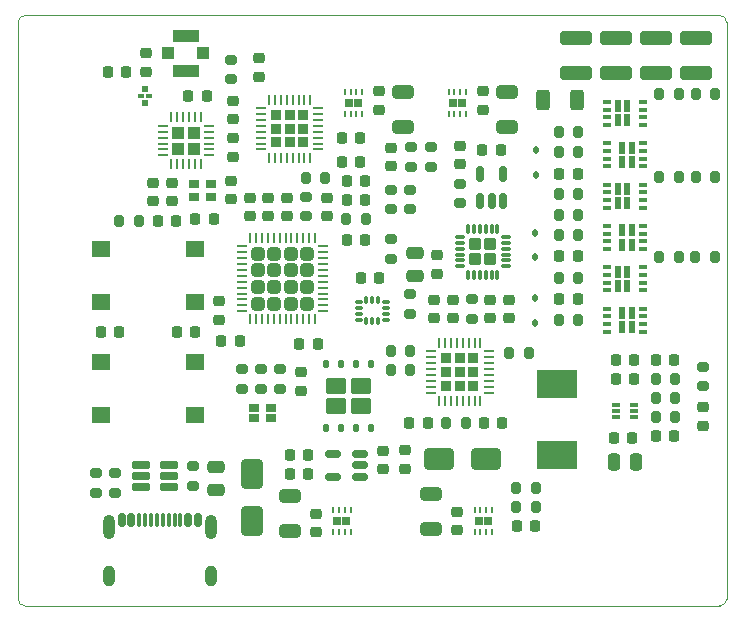
<source format=gbr>
%TF.GenerationSoftware,KiCad,Pcbnew,8.0.3*%
%TF.CreationDate,2024-11-14T20:38:21+13:00*%
%TF.ProjectId,combat-r1,636f6d62-6174-42d7-9231-2e6b69636164,rev?*%
%TF.SameCoordinates,Original*%
%TF.FileFunction,Paste,Top*%
%TF.FilePolarity,Positive*%
%FSLAX46Y46*%
G04 Gerber Fmt 4.6, Leading zero omitted, Abs format (unit mm)*
G04 Created by KiCad (PCBNEW 8.0.3) date 2024-11-14 20:38:21*
%MOMM*%
%LPD*%
G01*
G04 APERTURE LIST*
G04 Aperture macros list*
%AMRoundRect*
0 Rectangle with rounded corners*
0 $1 Rounding radius*
0 $2 $3 $4 $5 $6 $7 $8 $9 X,Y pos of 4 corners*
0 Add a 4 corners polygon primitive as box body*
4,1,4,$2,$3,$4,$5,$6,$7,$8,$9,$2,$3,0*
0 Add four circle primitives for the rounded corners*
1,1,$1+$1,$2,$3*
1,1,$1+$1,$4,$5*
1,1,$1+$1,$6,$7*
1,1,$1+$1,$8,$9*
0 Add four rect primitives between the rounded corners*
20,1,$1+$1,$2,$3,$4,$5,0*
20,1,$1+$1,$4,$5,$6,$7,0*
20,1,$1+$1,$6,$7,$8,$9,0*
20,1,$1+$1,$8,$9,$2,$3,0*%
G04 Aperture macros list end*
%ADD10RoundRect,0.225000X-0.225000X-0.250000X0.225000X-0.250000X0.225000X0.250000X-0.225000X0.250000X0*%
%ADD11RoundRect,0.200000X0.275000X-0.200000X0.275000X0.200000X-0.275000X0.200000X-0.275000X-0.200000X0*%
%ADD12RoundRect,0.225000X0.225000X0.250000X-0.225000X0.250000X-0.225000X-0.250000X0.225000X-0.250000X0*%
%ADD13R,1.600000X1.400000*%
%ADD14RoundRect,0.112500X-0.112500X0.187500X-0.112500X-0.187500X0.112500X-0.187500X0.112500X0.187500X0*%
%ADD15RoundRect,0.250000X1.100000X-0.325000X1.100000X0.325000X-1.100000X0.325000X-1.100000X-0.325000X0*%
%ADD16RoundRect,0.225000X0.250000X-0.225000X0.250000X0.225000X-0.250000X0.225000X-0.250000X-0.225000X0*%
%ADD17R,0.600000X1.000000*%
%ADD18R,0.650000X0.350000*%
%ADD19R,0.650000X0.750000*%
%ADD20RoundRect,0.062500X0.062500X-0.187500X0.062500X0.187500X-0.062500X0.187500X-0.062500X-0.187500X0*%
%ADD21RoundRect,0.250000X0.615000X-0.435000X0.615000X0.435000X-0.615000X0.435000X-0.615000X-0.435000X0*%
%ADD22RoundRect,0.125000X0.125000X-0.250000X0.125000X0.250000X-0.125000X0.250000X-0.125000X-0.250000X0*%
%ADD23RoundRect,0.200000X-0.200000X-0.275000X0.200000X-0.275000X0.200000X0.275000X-0.200000X0.275000X0*%
%ADD24RoundRect,0.150000X-0.150000X-0.425000X0.150000X-0.425000X0.150000X0.425000X-0.150000X0.425000X0*%
%ADD25RoundRect,0.075000X-0.075000X-0.500000X0.075000X-0.500000X0.075000X0.500000X-0.075000X0.500000X0*%
%ADD26O,1.000000X2.100000*%
%ADD27O,1.000000X1.800000*%
%ADD28R,1.000000X1.000000*%
%ADD29R,2.200000X1.050000*%
%ADD30RoundRect,0.218750X-0.218750X-0.256250X0.218750X-0.256250X0.218750X0.256250X-0.218750X0.256250X0*%
%ADD31RoundRect,0.250000X-0.250000X-0.475000X0.250000X-0.475000X0.250000X0.475000X-0.250000X0.475000X0*%
%ADD32RoundRect,0.250000X0.650000X-0.325000X0.650000X0.325000X-0.650000X0.325000X-0.650000X-0.325000X0*%
%ADD33RoundRect,0.250000X-0.285000X-0.285000X0.285000X-0.285000X0.285000X0.285000X-0.285000X0.285000X0*%
%ADD34RoundRect,0.075000X-0.350000X-0.075000X0.350000X-0.075000X0.350000X0.075000X-0.350000X0.075000X0*%
%ADD35RoundRect,0.075000X-0.075000X-0.350000X0.075000X-0.350000X0.075000X0.350000X-0.075000X0.350000X0*%
%ADD36RoundRect,0.250000X0.650000X-1.000000X0.650000X1.000000X-0.650000X1.000000X-0.650000X-1.000000X0*%
%ADD37RoundRect,0.250000X-1.000000X-0.650000X1.000000X-0.650000X1.000000X0.650000X-1.000000X0.650000X0*%
%ADD38RoundRect,0.225000X-0.250000X0.225000X-0.250000X-0.225000X0.250000X-0.225000X0.250000X0.225000X0*%
%ADD39R,0.550000X0.550000*%
%ADD40R,0.500000X0.300000*%
%ADD41RoundRect,0.200000X-0.275000X0.200000X-0.275000X-0.200000X0.275000X-0.200000X0.275000X0.200000X0*%
%ADD42RoundRect,0.062500X-0.062500X0.187500X-0.062500X-0.187500X0.062500X-0.187500X0.062500X0.187500X0*%
%ADD43RoundRect,0.250000X-0.315000X0.315000X-0.315000X-0.315000X0.315000X-0.315000X0.315000X0.315000X0*%
%ADD44RoundRect,0.062500X-0.062500X0.375000X-0.062500X-0.375000X0.062500X-0.375000X0.062500X0.375000X0*%
%ADD45RoundRect,0.062500X-0.375000X0.062500X-0.375000X-0.062500X0.375000X-0.062500X0.375000X0.062500X0*%
%ADD46RoundRect,0.250000X-0.650000X0.325000X-0.650000X-0.325000X0.650000X-0.325000X0.650000X0.325000X0*%
%ADD47RoundRect,0.200000X0.200000X0.275000X-0.200000X0.275000X-0.200000X-0.275000X0.200000X-0.275000X0*%
%ADD48RoundRect,0.232500X-0.232500X0.232500X-0.232500X-0.232500X0.232500X-0.232500X0.232500X0.232500X0*%
%ADD49RoundRect,0.250000X-0.475000X0.250000X-0.475000X-0.250000X0.475000X-0.250000X0.475000X0.250000X0*%
%ADD50RoundRect,0.150000X0.512500X0.150000X-0.512500X0.150000X-0.512500X-0.150000X0.512500X-0.150000X0*%
%ADD51RoundRect,0.085000X-0.265000X-0.085000X0.265000X-0.085000X0.265000X0.085000X-0.265000X0.085000X0*%
%ADD52RoundRect,0.150000X0.150000X-0.512500X0.150000X0.512500X-0.150000X0.512500X-0.150000X-0.512500X0*%
%ADD53R,0.900000X0.800000*%
%ADD54R,0.850000X0.650000*%
%ADD55RoundRect,0.250000X0.295000X-0.295000X0.295000X0.295000X-0.295000X0.295000X-0.295000X-0.295000X0*%
%ADD56RoundRect,0.062500X0.062500X-0.350000X0.062500X0.350000X-0.062500X0.350000X-0.062500X-0.350000X0*%
%ADD57RoundRect,0.062500X0.350000X-0.062500X0.350000X0.062500X-0.350000X0.062500X-0.350000X-0.062500X0*%
%ADD58RoundRect,0.250000X0.312500X0.625000X-0.312500X0.625000X-0.312500X-0.625000X0.312500X-0.625000X0*%
%ADD59RoundRect,0.232500X0.232500X0.232500X-0.232500X0.232500X-0.232500X-0.232500X0.232500X-0.232500X0*%
%ADD60RoundRect,0.062500X0.375000X0.062500X-0.375000X0.062500X-0.375000X-0.062500X0.375000X-0.062500X0*%
%ADD61RoundRect,0.062500X0.062500X0.375000X-0.062500X0.375000X-0.062500X-0.375000X0.062500X-0.375000X0*%
%ADD62RoundRect,0.218750X-0.256250X0.218750X-0.256250X-0.218750X0.256250X-0.218750X0.256250X0.218750X0*%
%ADD63RoundRect,0.150000X-0.650000X-0.150000X0.650000X-0.150000X0.650000X0.150000X-0.650000X0.150000X0*%
%ADD64R,3.500000X2.350000*%
%ADD65RoundRect,0.087500X0.225000X0.087500X-0.225000X0.087500X-0.225000X-0.087500X0.225000X-0.087500X0*%
%ADD66RoundRect,0.087500X0.087500X0.225000X-0.087500X0.225000X-0.087500X-0.225000X0.087500X-0.225000X0*%
%TA.AperFunction,Profile*%
%ADD67C,0.050000*%
%TD*%
G04 APERTURE END LIST*
D10*
%TO.C,C8*%
X147425000Y-85400000D03*
X148975000Y-85400000D03*
%TD*%
D11*
%TO.C,R41*%
X151600000Y-91425000D03*
X151600000Y-89775000D03*
%TD*%
D12*
%TO.C,C26*%
X145375000Y-102800000D03*
X143825000Y-102800000D03*
%TD*%
%TO.C,C18*%
X154675000Y-109500000D03*
X153125000Y-109500000D03*
%TD*%
D13*
%TO.C,SW1*%
X135000000Y-99250000D03*
X127000000Y-99250000D03*
X135000000Y-94750000D03*
X127000000Y-94750000D03*
%TD*%
D14*
%TO.C,D2*%
X163825000Y-86400000D03*
X163825000Y-88500000D03*
%TD*%
D10*
%TO.C,C46*%
X162225000Y-118200000D03*
X163775000Y-118200000D03*
%TD*%
D15*
%TO.C,C36*%
X174000000Y-79875000D03*
X174000000Y-76925000D03*
%TD*%
D10*
%TO.C,C27*%
X149025000Y-97200000D03*
X150575000Y-97200000D03*
%TD*%
D16*
%TO.C,C51*%
X151600000Y-87775000D03*
X151600000Y-86225000D03*
%TD*%
D17*
%TO.C,Q1*%
X171575000Y-83900000D03*
X171575000Y-82700000D03*
X170800000Y-83900000D03*
X170800000Y-82700000D03*
D18*
X172925000Y-84275000D03*
X172925000Y-83625000D03*
X172925000Y-82975000D03*
X172925000Y-82325000D03*
X169825000Y-82325000D03*
X169825000Y-82975000D03*
X169825000Y-83625000D03*
X169825000Y-84275000D03*
%TD*%
D19*
%TO.C,U7*%
X147000000Y-117800000D03*
X147800000Y-117800000D03*
D20*
X146650000Y-118750000D03*
X147150000Y-118750000D03*
X147650000Y-118750000D03*
X148150000Y-118750000D03*
X148150000Y-116850000D03*
X147650000Y-116850000D03*
X147150000Y-116850000D03*
X146650000Y-116850000D03*
%TD*%
D21*
%TO.C,U15*%
X146925000Y-108050000D03*
X149075000Y-108050000D03*
X146925000Y-106350000D03*
X149075000Y-106350000D03*
D22*
X146095000Y-109900000D03*
X147365000Y-109900000D03*
X148635000Y-109900000D03*
X149905000Y-109900000D03*
X149905000Y-104500000D03*
X148635000Y-104500000D03*
X147365000Y-104500000D03*
X146095000Y-104500000D03*
%TD*%
D16*
%TO.C,C20*%
X161600000Y-100625000D03*
X161600000Y-99075000D03*
%TD*%
D11*
%TO.C,R19*%
X144400000Y-92025000D03*
X144400000Y-90375000D03*
%TD*%
%TO.C,R20*%
X151600000Y-95625000D03*
X151600000Y-93975000D03*
%TD*%
%TO.C,R22*%
X126600000Y-115425000D03*
X126600000Y-113775000D03*
%TD*%
D10*
%TO.C,C59*%
X174025000Y-104200000D03*
X175575000Y-104200000D03*
%TD*%
D17*
%TO.C,Q4*%
X171175000Y-93200000D03*
X171175000Y-94400000D03*
X171950000Y-93200000D03*
X171950000Y-94400000D03*
D18*
X169825000Y-92825000D03*
X169825000Y-93475000D03*
X169825000Y-94125000D03*
X169825000Y-94775000D03*
X172925000Y-94775000D03*
X172925000Y-94125000D03*
X172925000Y-93475000D03*
X172925000Y-92825000D03*
%TD*%
D10*
%TO.C,C14*%
X165825000Y-99000000D03*
X167375000Y-99000000D03*
%TD*%
D16*
%TO.C,C17*%
X155200000Y-100625000D03*
X155200000Y-99075000D03*
%TD*%
D23*
%TO.C,R28*%
X151575000Y-103400000D03*
X153225000Y-103400000D03*
%TD*%
D24*
%TO.C,J4*%
X128800000Y-117720000D03*
X129600000Y-117720000D03*
D25*
X130750000Y-117720000D03*
X131750000Y-117720000D03*
X132250000Y-117720000D03*
X133250000Y-117720000D03*
D24*
X134400000Y-117720000D03*
X135200000Y-117720000D03*
X135200000Y-117720000D03*
X134400000Y-117720000D03*
D25*
X133750000Y-117720000D03*
X132750000Y-117720000D03*
X131250000Y-117720000D03*
X130250000Y-117720000D03*
D24*
X129600000Y-117720000D03*
X128800000Y-117720000D03*
D26*
X127680000Y-118295000D03*
D27*
X127680000Y-122475000D03*
D26*
X136320000Y-118295000D03*
D27*
X136320000Y-122475000D03*
%TD*%
D28*
%TO.C,J18*%
X132700000Y-78200000D03*
D29*
X134200000Y-76725000D03*
D28*
X135700000Y-78200000D03*
D29*
X134200000Y-79675000D03*
%TD*%
D30*
%TO.C,D1*%
X131812500Y-92400000D03*
X133387500Y-92400000D03*
%TD*%
D19*
%TO.C,U6*%
X159000000Y-117800000D03*
X159800000Y-117800000D03*
D20*
X158650000Y-118750000D03*
X159150000Y-118750000D03*
X159650000Y-118750000D03*
X160150000Y-118750000D03*
X160150000Y-116850000D03*
X159650000Y-116850000D03*
X159150000Y-116850000D03*
X158650000Y-116850000D03*
%TD*%
D16*
%TO.C,C25*%
X139600000Y-91975000D03*
X139600000Y-90425000D03*
%TD*%
D31*
%TO.C,C43*%
X170450000Y-112800000D03*
X172350000Y-112800000D03*
%TD*%
D32*
%TO.C,C33*%
X155000000Y-118475000D03*
X155000000Y-115525000D03*
%TD*%
D10*
%TO.C,C9*%
X147825000Y-89000000D03*
X149375000Y-89000000D03*
%TD*%
D23*
%TO.C,R24*%
X173975000Y-109000000D03*
X175625000Y-109000000D03*
%TD*%
D11*
%TO.C,R29*%
X153200000Y-100275000D03*
X153200000Y-98625000D03*
%TD*%
D33*
%TO.C,U9*%
X158680000Y-94340000D03*
X158680000Y-95660000D03*
X160000000Y-94340000D03*
X160000000Y-95660000D03*
D34*
X157390000Y-93750000D03*
X157390000Y-94250000D03*
X157390000Y-94750000D03*
X157390000Y-95250000D03*
X157390000Y-95750000D03*
X157390000Y-96250000D03*
D35*
X158090000Y-96950000D03*
X158590000Y-96950000D03*
X159090000Y-96950000D03*
X159590000Y-96950000D03*
X160090000Y-96950000D03*
X160590000Y-96950000D03*
D34*
X161290000Y-96250000D03*
X161290000Y-95750000D03*
X161290000Y-95250000D03*
X161290000Y-94750000D03*
X161290000Y-94250000D03*
X161290000Y-93750000D03*
D35*
X160590000Y-93050000D03*
X160090000Y-93050000D03*
X159590000Y-93050000D03*
X159090000Y-93050000D03*
X158590000Y-93050000D03*
X158090000Y-93050000D03*
%TD*%
D16*
%TO.C,C2*%
X138200000Y-83775000D03*
X138200000Y-82225000D03*
%TD*%
%TO.C,C34*%
X145200000Y-118775000D03*
X145200000Y-117225000D03*
%TD*%
D36*
%TO.C,D5*%
X139800000Y-117800000D03*
X139800000Y-113800000D03*
%TD*%
D17*
%TO.C,Q2*%
X171175000Y-86200000D03*
X171175000Y-87400000D03*
X171950000Y-86200000D03*
X171950000Y-87400000D03*
D18*
X169825000Y-85825000D03*
X169825000Y-86475000D03*
X169825000Y-87125000D03*
X169825000Y-87775000D03*
X172925000Y-87775000D03*
X172925000Y-87125000D03*
X172925000Y-86475000D03*
X172925000Y-85825000D03*
%TD*%
D17*
%TO.C,Q3*%
X171575000Y-90900000D03*
X171575000Y-89700000D03*
X170800000Y-90900000D03*
X170800000Y-89700000D03*
D18*
X172925000Y-91275000D03*
X172925000Y-90625000D03*
X172925000Y-89975000D03*
X172925000Y-89325000D03*
X169825000Y-89325000D03*
X169825000Y-89975000D03*
X169825000Y-90625000D03*
X169825000Y-91275000D03*
%TD*%
D10*
%TO.C,C42*%
X170625000Y-104200000D03*
X172175000Y-104200000D03*
%TD*%
D37*
%TO.C,D6*%
X155600000Y-112600000D03*
X159600000Y-112600000D03*
%TD*%
D38*
%TO.C,C3*%
X131400000Y-89200000D03*
X131400000Y-90750000D03*
%TD*%
D12*
%TO.C,C50*%
X144575000Y-112200000D03*
X143025000Y-112200000D03*
%TD*%
%TO.C,C40*%
X175575000Y-110600000D03*
X174025000Y-110600000D03*
%TD*%
D39*
%TO.C,FL1*%
X130750000Y-82400000D03*
D40*
X131100000Y-81800000D03*
D39*
X130750000Y-81200000D03*
D40*
X130400000Y-81800000D03*
%TD*%
D23*
%TO.C,R7*%
X165775000Y-91900000D03*
X167425000Y-91900000D03*
%TD*%
%TO.C,R10*%
X165775000Y-93600000D03*
X167425000Y-93600000D03*
%TD*%
D10*
%TO.C,C41*%
X170625000Y-105800000D03*
X172175000Y-105800000D03*
%TD*%
D16*
%TO.C,C32*%
X157200000Y-118575000D03*
X157200000Y-117025000D03*
%TD*%
D41*
%TO.C,R34*%
X153300000Y-86175000D03*
X153300000Y-87825000D03*
%TD*%
D11*
%TO.C,R23*%
X128200000Y-115425000D03*
X128200000Y-113775000D03*
%TD*%
D17*
%TO.C,Q6*%
X171175000Y-100200000D03*
X171175000Y-101400000D03*
X171950000Y-100200000D03*
X171950000Y-101400000D03*
D18*
X169825000Y-99825000D03*
X169825000Y-100475000D03*
X169825000Y-101125000D03*
X169825000Y-101775000D03*
X172925000Y-101775000D03*
X172925000Y-101125000D03*
X172925000Y-100475000D03*
X172925000Y-99825000D03*
%TD*%
D38*
%TO.C,C5*%
X138200000Y-85425000D03*
X138200000Y-86975000D03*
%TD*%
D16*
%TO.C,C22*%
X142800000Y-91975000D03*
X142800000Y-90425000D03*
%TD*%
D23*
%TO.C,R16*%
X147775000Y-92200000D03*
X149425000Y-92200000D03*
%TD*%
D15*
%TO.C,C37*%
X170600000Y-79875000D03*
X170600000Y-76925000D03*
%TD*%
D38*
%TO.C,C63*%
X144000000Y-105225000D03*
X144000000Y-106775000D03*
%TD*%
D41*
%TO.C,R1*%
X138000000Y-78775000D03*
X138000000Y-80425000D03*
%TD*%
D23*
%TO.C,R6*%
X174300000Y-81650000D03*
X175950000Y-81650000D03*
%TD*%
D38*
%TO.C,C56*%
X138000000Y-89025000D03*
X138000000Y-90575000D03*
%TD*%
D10*
%TO.C,C62*%
X137225000Y-102600000D03*
X138775000Y-102600000D03*
%TD*%
D19*
%TO.C,U3*%
X148800000Y-82400000D03*
X148000000Y-82400000D03*
D42*
X149150000Y-81450000D03*
X148650000Y-81450000D03*
X148150000Y-81450000D03*
X147650000Y-81450000D03*
X147650000Y-83350000D03*
X148150000Y-83350000D03*
X148650000Y-83350000D03*
X149150000Y-83350000D03*
%TD*%
D30*
%TO.C,D8*%
X159412500Y-109500000D03*
X160987500Y-109500000D03*
%TD*%
D12*
%TO.C,C58*%
X129175000Y-79800000D03*
X127625000Y-79800000D03*
%TD*%
D43*
%TO.C,U14*%
X144500000Y-95200000D03*
X143100000Y-95200000D03*
X141700000Y-95200000D03*
X140300000Y-95200000D03*
X144500000Y-96600000D03*
X143100000Y-96600000D03*
X141700000Y-96600000D03*
X140300000Y-96600000D03*
X144500000Y-98000000D03*
X143100000Y-98000000D03*
X141700000Y-98000000D03*
X140300000Y-98000000D03*
X144500000Y-99400000D03*
X143100000Y-99400000D03*
X141700000Y-99400000D03*
X140300000Y-99400000D03*
D44*
X145150000Y-93862500D03*
X144650000Y-93862500D03*
X144150000Y-93862500D03*
X143650000Y-93862500D03*
X143150000Y-93862500D03*
X142650000Y-93862500D03*
X142150000Y-93862500D03*
X141650000Y-93862500D03*
X141150000Y-93862500D03*
X140650000Y-93862500D03*
X140150000Y-93862500D03*
X139650000Y-93862500D03*
D45*
X138962500Y-94550000D03*
X138962500Y-95050000D03*
X138962500Y-95550000D03*
X138962500Y-96050000D03*
X138962500Y-96550000D03*
X138962500Y-97050000D03*
X138962500Y-97550000D03*
X138962500Y-98050000D03*
X138962500Y-98550000D03*
X138962500Y-99050000D03*
X138962500Y-99550000D03*
X138962500Y-100050000D03*
D44*
X139650000Y-100737500D03*
X140150000Y-100737500D03*
X140650000Y-100737500D03*
X141150000Y-100737500D03*
X141650000Y-100737500D03*
X142150000Y-100737500D03*
X142650000Y-100737500D03*
X143150000Y-100737500D03*
X143650000Y-100737500D03*
X144150000Y-100737500D03*
X144650000Y-100737500D03*
X145150000Y-100737500D03*
D45*
X145837500Y-100050000D03*
X145837500Y-99550000D03*
X145837500Y-99050000D03*
X145837500Y-98550000D03*
X145837500Y-98050000D03*
X145837500Y-97550000D03*
X145837500Y-97050000D03*
X145837500Y-96550000D03*
X145837500Y-96050000D03*
X145837500Y-95550000D03*
X145837500Y-95050000D03*
X145837500Y-94550000D03*
%TD*%
D10*
%TO.C,C12*%
X165825000Y-88400000D03*
X167375000Y-88400000D03*
%TD*%
%TO.C,C60*%
X147825000Y-94000000D03*
X149375000Y-94000000D03*
%TD*%
D11*
%TO.C,R42*%
X153200000Y-91425000D03*
X153200000Y-89775000D03*
%TD*%
%TO.C,R36*%
X139000000Y-106625000D03*
X139000000Y-104975000D03*
%TD*%
D46*
%TO.C,C31*%
X161400000Y-81525000D03*
X161400000Y-84475000D03*
%TD*%
D10*
%TO.C,C52*%
X159300000Y-86400000D03*
X160850000Y-86400000D03*
%TD*%
D16*
%TO.C,C53*%
X157400000Y-87575000D03*
X157400000Y-86025000D03*
%TD*%
%TO.C,C61*%
X146200000Y-91975000D03*
X146200000Y-90425000D03*
%TD*%
%TO.C,C23*%
X137000000Y-100775000D03*
X137000000Y-99225000D03*
%TD*%
D47*
%TO.C,R33*%
X163825000Y-116600000D03*
X162175000Y-116600000D03*
%TD*%
D23*
%TO.C,R4*%
X165775000Y-86600000D03*
X167425000Y-86600000D03*
%TD*%
D11*
%TO.C,R32*%
X178000000Y-106412500D03*
X178000000Y-104762500D03*
%TD*%
%TO.C,R35*%
X155000000Y-87825000D03*
X155000000Y-86175000D03*
%TD*%
D16*
%TO.C,C24*%
X141200000Y-91975000D03*
X141200000Y-90425000D03*
%TD*%
D23*
%TO.C,R27*%
X151575000Y-105000000D03*
X153225000Y-105000000D03*
%TD*%
D41*
%TO.C,R39*%
X157400000Y-89275000D03*
X157400000Y-90925000D03*
%TD*%
D48*
%TO.C,U8*%
X158550000Y-104050000D03*
X157400000Y-104050000D03*
X156250000Y-104050000D03*
X158550000Y-105200000D03*
X157400000Y-105200000D03*
X156250000Y-105200000D03*
X158550000Y-106350000D03*
X157400000Y-106350000D03*
X156250000Y-106350000D03*
D44*
X159150000Y-102762500D03*
X158650000Y-102762500D03*
X158150000Y-102762500D03*
X157650000Y-102762500D03*
X157150000Y-102762500D03*
X156650000Y-102762500D03*
X156150000Y-102762500D03*
X155650000Y-102762500D03*
D45*
X154962500Y-103450000D03*
X154962500Y-103950000D03*
X154962500Y-104450000D03*
X154962500Y-104950000D03*
X154962500Y-105450000D03*
X154962500Y-105950000D03*
X154962500Y-106450000D03*
X154962500Y-106950000D03*
D44*
X155650000Y-107637500D03*
X156150000Y-107637500D03*
X156650000Y-107637500D03*
X157150000Y-107637500D03*
X157650000Y-107637500D03*
X158150000Y-107637500D03*
X158650000Y-107637500D03*
X159150000Y-107637500D03*
D45*
X159837500Y-106950000D03*
X159837500Y-106450000D03*
X159837500Y-105950000D03*
X159837500Y-105450000D03*
X159837500Y-104950000D03*
X159837500Y-104450000D03*
X159837500Y-103950000D03*
X159837500Y-103450000D03*
%TD*%
D16*
%TO.C,C48*%
X150937500Y-113400000D03*
X150937500Y-111850000D03*
%TD*%
D47*
%TO.C,R2*%
X130225000Y-92400000D03*
X128575000Y-92400000D03*
%TD*%
D32*
%TO.C,C35*%
X143000000Y-118675000D03*
X143000000Y-115725000D03*
%TD*%
D47*
%TO.C,R25*%
X175625000Y-105800000D03*
X173975000Y-105800000D03*
%TD*%
D23*
%TO.C,R14*%
X165775000Y-100750000D03*
X167425000Y-100750000D03*
%TD*%
D38*
%TO.C,C15*%
X155500000Y-95325000D03*
X155500000Y-96875000D03*
%TD*%
%TO.C,C28*%
X150600000Y-81425000D03*
X150600000Y-82975000D03*
%TD*%
D10*
%TO.C,C13*%
X165825000Y-95400000D03*
X167375000Y-95400000D03*
%TD*%
D16*
%TO.C,C57*%
X130800000Y-79775000D03*
X130800000Y-78225000D03*
%TD*%
D49*
%TO.C,C16*%
X153600000Y-95150000D03*
X153600000Y-97050000D03*
%TD*%
D23*
%TO.C,R30*%
X162175000Y-115000000D03*
X163825000Y-115000000D03*
%TD*%
D50*
%TO.C,U13*%
X148937500Y-114050000D03*
X148937500Y-113100000D03*
X148937500Y-112150000D03*
X146662500Y-112150000D03*
X146662500Y-114050000D03*
%TD*%
D12*
%TO.C,C49*%
X144575000Y-113800000D03*
X143025000Y-113800000D03*
%TD*%
D51*
%TO.C,U12*%
X170650000Y-108000000D03*
X170650000Y-108500000D03*
X170650000Y-109000000D03*
X172150000Y-109000000D03*
X172150000Y-108500000D03*
X172150000Y-108000000D03*
%TD*%
D14*
%TO.C,D3*%
X163800000Y-93400000D03*
X163800000Y-95500000D03*
%TD*%
D10*
%TO.C,C45*%
X170425000Y-110800000D03*
X171975000Y-110800000D03*
%TD*%
%TO.C,C4*%
X134425000Y-81800000D03*
X135975000Y-81800000D03*
%TD*%
D47*
%TO.C,R31*%
X157900000Y-109500000D03*
X156250000Y-109500000D03*
%TD*%
D52*
%TO.C,U5*%
X159150000Y-90737500D03*
X160100000Y-90737500D03*
X161050000Y-90737500D03*
X161050000Y-88462500D03*
X159150000Y-88462500D03*
%TD*%
D53*
%TO.C,Y1*%
X134900000Y-90350000D03*
X136300000Y-90350000D03*
X136300000Y-89250000D03*
X134900000Y-89250000D03*
%TD*%
D54*
%TO.C,D10*%
X139975000Y-109125000D03*
X139975000Y-108275000D03*
X141425000Y-108275000D03*
X141425000Y-109125000D03*
%TD*%
D15*
%TO.C,C39*%
X167200000Y-79875000D03*
X167200000Y-76925000D03*
%TD*%
D55*
%TO.C,U2*%
X133525000Y-86275000D03*
X134875000Y-86275000D03*
X133525000Y-84925000D03*
X134875000Y-84925000D03*
D56*
X132950000Y-87562500D03*
X133450000Y-87562500D03*
X133950000Y-87562500D03*
X134450000Y-87562500D03*
X134950000Y-87562500D03*
X135450000Y-87562500D03*
D57*
X136162500Y-86850000D03*
X136162500Y-86350000D03*
X136162500Y-85850000D03*
X136162500Y-85350000D03*
X136162500Y-84850000D03*
X136162500Y-84350000D03*
D56*
X135450000Y-83637500D03*
X134950000Y-83637500D03*
X134450000Y-83637500D03*
X133950000Y-83637500D03*
X133450000Y-83637500D03*
X132950000Y-83637500D03*
D57*
X132237500Y-84350000D03*
X132237500Y-84850000D03*
X132237500Y-85350000D03*
X132237500Y-85850000D03*
X132237500Y-86350000D03*
X132237500Y-86850000D03*
%TD*%
D58*
%TO.C,R40*%
X167362500Y-82200000D03*
X164437500Y-82200000D03*
%TD*%
D23*
%TO.C,TH1*%
X165775000Y-90100000D03*
X167425000Y-90100000D03*
%TD*%
D38*
%TO.C,C1*%
X133000000Y-89200000D03*
X133000000Y-90750000D03*
%TD*%
D23*
%TO.C,R12*%
X177350000Y-95500000D03*
X179000000Y-95500000D03*
%TD*%
D38*
%TO.C,C30*%
X159400000Y-81425000D03*
X159400000Y-82975000D03*
%TD*%
D13*
%TO.C,SW2*%
X127000000Y-104350000D03*
X135000000Y-104350000D03*
X127000000Y-108850000D03*
X135000000Y-108850000D03*
%TD*%
D10*
%TO.C,C44*%
X135025000Y-92200000D03*
X136575000Y-92200000D03*
%TD*%
D16*
%TO.C,C21*%
X156800000Y-100625000D03*
X156800000Y-99075000D03*
%TD*%
D59*
%TO.C,U1*%
X144150000Y-85750000D03*
X144150000Y-84600000D03*
X144150000Y-83450000D03*
X143000000Y-85750000D03*
X143000000Y-84600000D03*
X143000000Y-83450000D03*
X141850000Y-85750000D03*
X141850000Y-84600000D03*
X141850000Y-83450000D03*
D60*
X145437500Y-86350000D03*
X145437500Y-85850000D03*
X145437500Y-85350000D03*
X145437500Y-84850000D03*
X145437500Y-84350000D03*
X145437500Y-83850000D03*
X145437500Y-83350000D03*
X145437500Y-82850000D03*
D61*
X144750000Y-82162500D03*
X144250000Y-82162500D03*
X143750000Y-82162500D03*
X143250000Y-82162500D03*
X142750000Y-82162500D03*
X142250000Y-82162500D03*
X141750000Y-82162500D03*
X141250000Y-82162500D03*
D60*
X140562500Y-82850000D03*
X140562500Y-83350000D03*
X140562500Y-83850000D03*
X140562500Y-84350000D03*
X140562500Y-84850000D03*
X140562500Y-85350000D03*
X140562500Y-85850000D03*
X140562500Y-86350000D03*
D61*
X141250000Y-87037500D03*
X141750000Y-87037500D03*
X142250000Y-87037500D03*
X142750000Y-87037500D03*
X143250000Y-87037500D03*
X143750000Y-87037500D03*
X144250000Y-87037500D03*
X144750000Y-87037500D03*
%TD*%
D62*
%TO.C,D9*%
X178000000Y-108200000D03*
X178000000Y-109775000D03*
%TD*%
D63*
%TO.C,U11*%
X130450000Y-113050000D03*
X130450000Y-114000000D03*
X130450000Y-114950000D03*
X132750000Y-114950000D03*
X132750000Y-114000000D03*
X132750000Y-113050000D03*
%TD*%
D23*
%TO.C,R26*%
X173975000Y-107400000D03*
X175625000Y-107400000D03*
%TD*%
%TO.C,R11*%
X165775000Y-97250000D03*
X167425000Y-97250000D03*
%TD*%
D16*
%TO.C,C19*%
X160000000Y-100625000D03*
X160000000Y-99075000D03*
%TD*%
D23*
%TO.C,R3*%
X165775000Y-84850000D03*
X167425000Y-84850000D03*
%TD*%
%TO.C,R9*%
X174275000Y-88650000D03*
X175925000Y-88650000D03*
%TD*%
D12*
%TO.C,C54*%
X134975000Y-101800000D03*
X133425000Y-101800000D03*
%TD*%
D17*
%TO.C,Q5*%
X171575000Y-97900000D03*
X171575000Y-96700000D03*
X170800000Y-97900000D03*
X170800000Y-96700000D03*
D18*
X172925000Y-98275000D03*
X172925000Y-97625000D03*
X172925000Y-96975000D03*
X172925000Y-96325000D03*
X169825000Y-96325000D03*
X169825000Y-96975000D03*
X169825000Y-97625000D03*
X169825000Y-98275000D03*
%TD*%
D64*
%TO.C,L1*%
X165600000Y-106175000D03*
X165600000Y-112225000D03*
%TD*%
D10*
%TO.C,C10*%
X147825000Y-90600000D03*
X149375000Y-90600000D03*
%TD*%
%TO.C,C6*%
X147425000Y-87400000D03*
X148975000Y-87400000D03*
%TD*%
D16*
%TO.C,C7*%
X140400000Y-80200000D03*
X140400000Y-78650000D03*
%TD*%
D10*
%TO.C,C11*%
X127025000Y-101800000D03*
X128575000Y-101800000D03*
%TD*%
D23*
%TO.C,R18*%
X144375000Y-88800000D03*
X146025000Y-88800000D03*
%TD*%
D65*
%TO.C,U10*%
X151162500Y-100750000D03*
X151162500Y-100250000D03*
X151162500Y-99750000D03*
X151162500Y-99250000D03*
D66*
X150500000Y-99087500D03*
X150000000Y-99087500D03*
X149500000Y-99087500D03*
D65*
X148837500Y-99250000D03*
X148837500Y-99750000D03*
X148837500Y-100250000D03*
X148837500Y-100750000D03*
D66*
X149500000Y-100912500D03*
X150000000Y-100912500D03*
X150500000Y-100912500D03*
%TD*%
D16*
%TO.C,C47*%
X152737500Y-113375000D03*
X152737500Y-111825000D03*
%TD*%
D23*
%TO.C,R13*%
X174275000Y-95500000D03*
X175925000Y-95500000D03*
%TD*%
D15*
%TO.C,C38*%
X177400000Y-79875000D03*
X177400000Y-76925000D03*
%TD*%
D49*
%TO.C,C55*%
X136800000Y-113250000D03*
X136800000Y-115150000D03*
%TD*%
D46*
%TO.C,C29*%
X152600000Y-81525000D03*
X152600000Y-84475000D03*
%TD*%
D14*
%TO.C,D4*%
X163800000Y-98950000D03*
X163800000Y-101050000D03*
%TD*%
D23*
%TO.C,R17*%
X161575000Y-103600000D03*
X163225000Y-103600000D03*
%TD*%
%TO.C,R5*%
X177375000Y-81650000D03*
X179025000Y-81650000D03*
%TD*%
D11*
%TO.C,R38*%
X142200000Y-106625000D03*
X142200000Y-104975000D03*
%TD*%
%TO.C,R15*%
X158400000Y-100675000D03*
X158400000Y-99025000D03*
%TD*%
%TO.C,R21*%
X134800000Y-114825000D03*
X134800000Y-113175000D03*
%TD*%
D23*
%TO.C,R8*%
X177375000Y-88650000D03*
X179025000Y-88650000D03*
%TD*%
D11*
%TO.C,R37*%
X140600000Y-106625000D03*
X140600000Y-104975000D03*
%TD*%
D19*
%TO.C,U4*%
X157600000Y-82400000D03*
X156800000Y-82400000D03*
D42*
X157950000Y-81450000D03*
X157450000Y-81450000D03*
X156950000Y-81450000D03*
X156450000Y-81450000D03*
X156450000Y-83350000D03*
X156950000Y-83350000D03*
X157450000Y-83350000D03*
X157950000Y-83350000D03*
%TD*%
D67*
X180000000Y-124400000D02*
G75*
G02*
X179400000Y-125000000I-600000J0D01*
G01*
X120000000Y-75600000D02*
X120000000Y-124400000D01*
X179400000Y-75000000D02*
X120600000Y-75000000D01*
X180000000Y-124400000D02*
X180000000Y-75600000D01*
X120000000Y-75600000D02*
G75*
G02*
X120600000Y-75000000I600000J0D01*
G01*
X120600000Y-125000000D02*
G75*
G02*
X120000000Y-124400000I0J600000D01*
G01*
X179400000Y-75000000D02*
G75*
G02*
X180000000Y-75600000I0J-600000D01*
G01*
X120600000Y-125000000D02*
X179400000Y-125000000D01*
M02*

</source>
